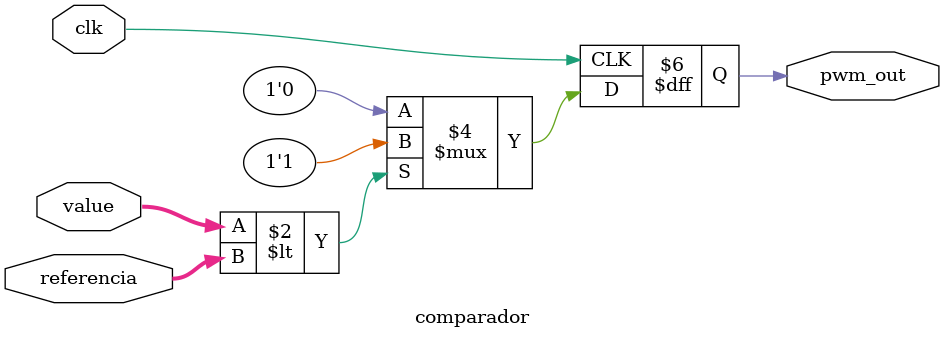
<source format=v>
module comparador #(parameter RESOLUTION_BITS=8)(
input clk,
input [RESOLUTION_BITS-1 : 0] value,
input [RESOLUTION_BITS-1 : 0] referencia,

output reg pwm_out
);

always@(posedge clk)
begin
	if(value < referencia)
		pwm_out <= 1'b1;
	else
		pwm_out <= 1'b0;
end

endmodule
</source>
